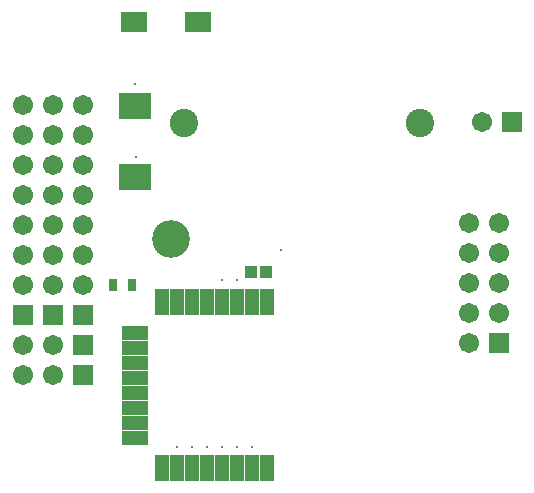
<source format=gts>
G04*
G04 #@! TF.GenerationSoftware,Altium Limited,Altium Designer,21.6.1 (37)*
G04*
G04 Layer_Color=8388736*
%FSLAX24Y24*%
%MOIN*%
G70*
G04*
G04 #@! TF.SameCoordinates,F7370176-FC0D-4E3A-AC5E-E6B851427DC4*
G04*
G04*
G04 #@! TF.FilePolarity,Negative*
G04*
G01*
G75*
%ADD16R,0.0867X0.0710*%
%ADD17R,0.1084X0.0867*%
%ADD18R,0.0434X0.0415*%
%ADD19R,0.0474X0.0867*%
%ADD20R,0.0867X0.0474*%
%ADD21R,0.0316X0.0395*%
%ADD22C,0.0671*%
%ADD23R,0.0671X0.0671*%
%ADD24C,0.0946*%
%ADD25R,0.0671X0.0671*%
%ADD26C,0.1261*%
%ADD27C,0.0126*%
D16*
X6535Y15709D02*
D03*
X4409D02*
D03*
D17*
X4449Y10551D02*
D03*
Y12913D02*
D03*
D18*
X8799Y7362D02*
D03*
X8287D02*
D03*
D19*
X8819Y6378D02*
D03*
X8319D02*
D03*
X7819D02*
D03*
X7319D02*
D03*
X6819D02*
D03*
X6319D02*
D03*
X5819D02*
D03*
X5319Y827D02*
D03*
X5819D02*
D03*
X6319D02*
D03*
X6819D02*
D03*
X7319D02*
D03*
X7819D02*
D03*
X8319D02*
D03*
X8819D02*
D03*
X5319Y6378D02*
D03*
D20*
X4429Y5346D02*
D03*
Y4846D02*
D03*
Y4346D02*
D03*
Y3846D02*
D03*
Y3346D02*
D03*
Y2846D02*
D03*
Y2346D02*
D03*
Y1846D02*
D03*
D21*
X3711Y6929D02*
D03*
X4321D02*
D03*
D22*
X15551Y9008D02*
D03*
X16551D02*
D03*
X15551Y8008D02*
D03*
X16551D02*
D03*
X15551Y7008D02*
D03*
X16551D02*
D03*
X15551Y6008D02*
D03*
X16551D02*
D03*
X15551Y5008D02*
D03*
X1693Y12937D02*
D03*
Y11937D02*
D03*
Y10937D02*
D03*
Y9937D02*
D03*
Y8937D02*
D03*
Y7937D02*
D03*
Y6937D02*
D03*
X2693Y12937D02*
D03*
Y11937D02*
D03*
Y10937D02*
D03*
Y9937D02*
D03*
Y8937D02*
D03*
Y7937D02*
D03*
Y6937D02*
D03*
X693Y12937D02*
D03*
Y11937D02*
D03*
Y10937D02*
D03*
Y9937D02*
D03*
Y8937D02*
D03*
Y7937D02*
D03*
Y6937D02*
D03*
X1693Y4937D02*
D03*
X693D02*
D03*
X1693Y3937D02*
D03*
X693D02*
D03*
X15984Y12362D02*
D03*
D23*
X16551Y5008D02*
D03*
X1693Y5937D02*
D03*
X2693D02*
D03*
X693D02*
D03*
D24*
X13937Y12323D02*
D03*
X6063D02*
D03*
D25*
X2693Y4937D02*
D03*
Y3937D02*
D03*
X16984Y12362D02*
D03*
D26*
X5630Y8465D02*
D03*
D27*
X4449Y13622D02*
D03*
X4453Y11217D02*
D03*
X9291Y8110D02*
D03*
X7319Y7087D02*
D03*
X7819D02*
D03*
X8319Y1535D02*
D03*
X7819D02*
D03*
X7319D02*
D03*
X6819D02*
D03*
X6319D02*
D03*
X5819D02*
D03*
M02*

</source>
